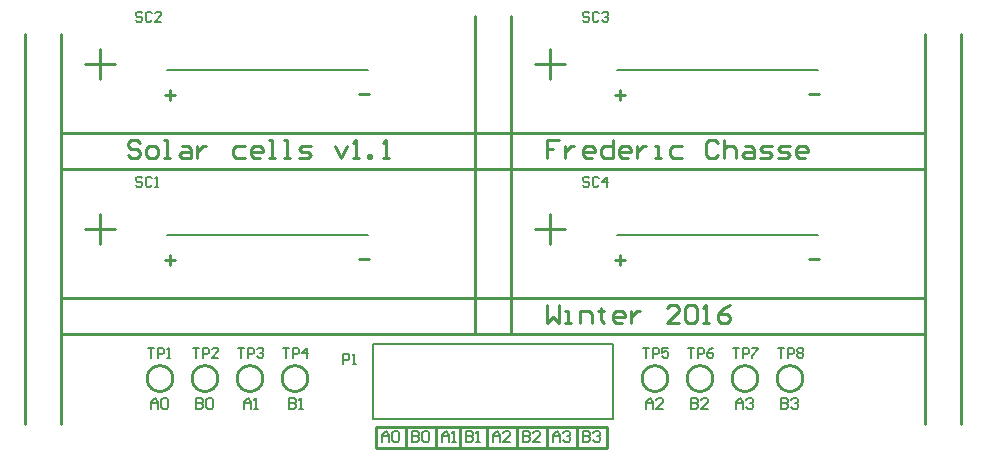
<source format=gto>
G04 Layer_Color=65535*
%FSLAX23Y23*%
%MOIN*%
G70*
G01*
G75*
%ADD16C,0.010*%
%ADD17C,0.008*%
%ADD18C,0.005*%
D16*
X893Y250D02*
G03*
X893Y250I-43J0D01*
G01*
X1043D02*
G03*
X1043Y250I-43J0D01*
G01*
X1193D02*
G03*
X1193Y250I-43J0D01*
G01*
X1343D02*
G03*
X1343Y250I-43J0D01*
G01*
X2543D02*
G03*
X2543Y250I-43J0D01*
G01*
X2693D02*
G03*
X2693Y250I-43J0D01*
G01*
X2843D02*
G03*
X2843Y250I-43J0D01*
G01*
X2993D02*
G03*
X2993Y250I-43J0D01*
G01*
X2240Y20D02*
Y90D01*
X2140Y20D02*
Y90D01*
X2040Y20D02*
Y90D01*
X1940Y20D02*
Y90D01*
X1850Y20D02*
Y90D01*
X1770Y20D02*
Y90D01*
X3400Y100D02*
Y1400D01*
X520Y100D02*
Y1400D01*
X1900Y400D02*
Y1460D01*
X2020Y400D02*
Y1460D01*
X520Y1070D02*
X3400D01*
X520Y950D02*
X3400D01*
X520Y520D02*
X3400D01*
X520Y400D02*
X3400D01*
X2100Y750D02*
X2200D01*
X2150Y700D02*
Y800D01*
X2100Y1300D02*
X2200D01*
X2150Y1250D02*
Y1350D01*
X650Y700D02*
Y800D01*
X600Y750D02*
X700D01*
X600Y1300D02*
X700D01*
X650Y1250D02*
Y1350D01*
X2340Y20D02*
Y90D01*
X1670Y20D02*
Y90D01*
X1570Y20D02*
Y90D01*
Y20D02*
X2340D01*
X1570Y90D02*
X2340D01*
X3520Y100D02*
Y1400D01*
X400Y100D02*
Y1400D01*
X866Y1195D02*
X901D01*
X883Y1177D02*
Y1212D01*
X1513Y1198D02*
X1548D01*
X866Y645D02*
X901D01*
X883Y627D02*
Y662D01*
X1513Y648D02*
X1548D01*
X2366Y645D02*
X2401D01*
X2383Y627D02*
Y662D01*
X3013Y648D02*
X3048D01*
X2366Y1195D02*
X2401D01*
X2383Y1177D02*
Y1212D01*
X3013Y1198D02*
X3048D01*
X2140Y495D02*
Y435D01*
X2160Y455D01*
X2180Y435D01*
Y495D01*
X2200Y435D02*
X2220D01*
X2210D01*
Y475D01*
X2200D01*
X2250Y435D02*
Y475D01*
X2280D01*
X2290Y465D01*
Y435D01*
X2320Y485D02*
Y475D01*
X2310D01*
X2330D01*
X2320D01*
Y445D01*
X2330Y435D01*
X2390D02*
X2370D01*
X2360Y445D01*
Y465D01*
X2370Y475D01*
X2390D01*
X2400Y465D01*
Y455D01*
X2360D01*
X2420Y475D02*
Y435D01*
Y455D01*
X2430Y465D01*
X2440Y475D01*
X2450D01*
X2580Y435D02*
X2540D01*
X2580Y475D01*
Y485D01*
X2570Y495D01*
X2550D01*
X2540Y485D01*
X2600D02*
X2610Y495D01*
X2630D01*
X2640Y485D01*
Y445D01*
X2630Y435D01*
X2610D01*
X2600Y445D01*
Y485D01*
X2660Y435D02*
X2680D01*
X2670D01*
Y495D01*
X2660Y485D01*
X2750Y495D02*
X2730Y485D01*
X2710Y465D01*
Y445D01*
X2720Y435D01*
X2740D01*
X2750Y445D01*
Y455D01*
X2740Y465D01*
X2710D01*
X2180Y1045D02*
X2140D01*
Y1015D01*
X2160D01*
X2140D01*
Y985D01*
X2200Y1025D02*
Y985D01*
Y1005D01*
X2210Y1015D01*
X2220Y1025D01*
X2230D01*
X2290Y985D02*
X2270D01*
X2260Y995D01*
Y1015D01*
X2270Y1025D01*
X2290D01*
X2300Y1015D01*
Y1005D01*
X2260D01*
X2360Y1045D02*
Y985D01*
X2330D01*
X2320Y995D01*
Y1015D01*
X2330Y1025D01*
X2360D01*
X2410Y985D02*
X2390D01*
X2380Y995D01*
Y1015D01*
X2390Y1025D01*
X2410D01*
X2420Y1015D01*
Y1005D01*
X2380D01*
X2440Y1025D02*
Y985D01*
Y1005D01*
X2450Y1015D01*
X2460Y1025D01*
X2470D01*
X2500Y985D02*
X2520D01*
X2510D01*
Y1025D01*
X2500D01*
X2590D02*
X2560D01*
X2550Y1015D01*
Y995D01*
X2560Y985D01*
X2590D01*
X2710Y1035D02*
X2700Y1045D01*
X2680D01*
X2670Y1035D01*
Y995D01*
X2680Y985D01*
X2700D01*
X2710Y995D01*
X2730Y1045D02*
Y985D01*
Y1015D01*
X2740Y1025D01*
X2760D01*
X2770Y1015D01*
Y985D01*
X2800Y1025D02*
X2820D01*
X2830Y1015D01*
Y985D01*
X2800D01*
X2790Y995D01*
X2800Y1005D01*
X2830D01*
X2850Y985D02*
X2880D01*
X2890Y995D01*
X2880Y1005D01*
X2860D01*
X2850Y1015D01*
X2860Y1025D01*
X2890D01*
X2910Y985D02*
X2940D01*
X2950Y995D01*
X2940Y1005D01*
X2920D01*
X2910Y1015D01*
X2920Y1025D01*
X2950D01*
X3000Y985D02*
X2980D01*
X2970Y995D01*
Y1015D01*
X2980Y1025D01*
X3000D01*
X3010Y1015D01*
Y1005D01*
X2970D01*
X785Y1035D02*
X775Y1045D01*
X755D01*
X745Y1035D01*
Y1025D01*
X755Y1015D01*
X775D01*
X785Y1005D01*
Y995D01*
X775Y985D01*
X755D01*
X745Y995D01*
X815Y985D02*
X835D01*
X845Y995D01*
Y1015D01*
X835Y1025D01*
X815D01*
X805Y1015D01*
Y995D01*
X815Y985D01*
X865D02*
X885D01*
X875D01*
Y1045D01*
X865D01*
X925Y1025D02*
X945D01*
X955Y1015D01*
Y985D01*
X925D01*
X915Y995D01*
X925Y1005D01*
X955D01*
X975Y1025D02*
Y985D01*
Y1005D01*
X985Y1015D01*
X995Y1025D01*
X1005D01*
X1135D02*
X1105D01*
X1095Y1015D01*
Y995D01*
X1105Y985D01*
X1135D01*
X1185D02*
X1165D01*
X1155Y995D01*
Y1015D01*
X1165Y1025D01*
X1185D01*
X1195Y1015D01*
Y1005D01*
X1155D01*
X1215Y985D02*
X1235D01*
X1225D01*
Y1045D01*
X1215D01*
X1265Y985D02*
X1285D01*
X1275D01*
Y1045D01*
X1265D01*
X1315Y985D02*
X1345D01*
X1355Y995D01*
X1345Y1005D01*
X1325D01*
X1315Y1015D01*
X1325Y1025D01*
X1355D01*
X1435D02*
X1455Y985D01*
X1475Y1025D01*
X1495Y985D02*
X1515D01*
X1505D01*
Y1045D01*
X1495Y1035D01*
X1545Y985D02*
Y995D01*
X1555D01*
Y985D01*
X1545D01*
X1595D02*
X1615D01*
X1605D01*
Y1045D01*
X1595Y1035D01*
D17*
X875Y1280D02*
X1545D01*
X875Y730D02*
X1545D01*
X2375D02*
X3045D01*
X2375Y1280D02*
X3045D01*
X1560Y365D02*
X2360D01*
Y115D02*
Y365D01*
X1560Y115D02*
X2360D01*
X1560D02*
Y365D01*
D18*
X2910Y352D02*
X2931D01*
X2921D01*
Y320D01*
X2942D02*
Y352D01*
X2958D01*
X2963Y347D01*
Y336D01*
X2958Y331D01*
X2942D01*
X2974Y347D02*
X2979Y352D01*
X2990D01*
X2995Y347D01*
Y341D01*
X2990Y336D01*
X2995Y331D01*
Y325D01*
X2990Y320D01*
X2979D01*
X2974Y325D01*
Y331D01*
X2979Y336D01*
X2974Y341D01*
Y347D01*
X2979Y336D02*
X2990D01*
X2760Y352D02*
X2781D01*
X2771D01*
Y320D01*
X2792D02*
Y352D01*
X2808D01*
X2813Y347D01*
Y336D01*
X2808Y331D01*
X2792D01*
X2824Y352D02*
X2845D01*
Y347D01*
X2824Y325D01*
Y320D01*
X2610Y352D02*
X2631D01*
X2621D01*
Y320D01*
X2642D02*
Y352D01*
X2658D01*
X2663Y347D01*
Y336D01*
X2658Y331D01*
X2642D01*
X2695Y352D02*
X2685Y347D01*
X2674Y336D01*
Y325D01*
X2679Y320D01*
X2690D01*
X2695Y325D01*
Y331D01*
X2690Y336D01*
X2674D01*
X2460Y352D02*
X2481D01*
X2471D01*
Y320D01*
X2492D02*
Y352D01*
X2508D01*
X2513Y347D01*
Y336D01*
X2508Y331D01*
X2492D01*
X2545Y352D02*
X2524D01*
Y336D01*
X2535Y341D01*
X2540D01*
X2545Y336D01*
Y325D01*
X2540Y320D01*
X2529D01*
X2524Y325D01*
X1260Y352D02*
X1281D01*
X1271D01*
Y320D01*
X1292D02*
Y352D01*
X1308D01*
X1313Y347D01*
Y336D01*
X1308Y331D01*
X1292D01*
X1340Y320D02*
Y352D01*
X1324Y336D01*
X1345D01*
X1110Y352D02*
X1131D01*
X1121D01*
Y320D01*
X1142D02*
Y352D01*
X1158D01*
X1163Y347D01*
Y336D01*
X1158Y331D01*
X1142D01*
X1174Y347D02*
X1179Y352D01*
X1190D01*
X1195Y347D01*
Y341D01*
X1190Y336D01*
X1185D01*
X1190D01*
X1195Y331D01*
Y325D01*
X1190Y320D01*
X1179D01*
X1174Y325D01*
X960Y352D02*
X981D01*
X971D01*
Y320D01*
X992D02*
Y352D01*
X1008D01*
X1013Y347D01*
Y336D01*
X1008Y331D01*
X992D01*
X1045Y320D02*
X1024D01*
X1045Y341D01*
Y347D01*
X1040Y352D01*
X1029D01*
X1024Y347D01*
X810Y352D02*
X831D01*
X821D01*
Y320D01*
X842D02*
Y352D01*
X858D01*
X863Y347D01*
Y336D01*
X858Y331D01*
X842D01*
X874Y320D02*
X885D01*
X879D01*
Y352D01*
X874Y347D01*
X1460Y300D02*
Y332D01*
X1476D01*
X1481Y327D01*
Y316D01*
X1476Y311D01*
X1460D01*
X1492Y300D02*
X1503D01*
X1497D01*
Y332D01*
X1492Y327D01*
X791Y917D02*
X786Y922D01*
X775D01*
X770Y917D01*
Y911D01*
X775Y906D01*
X786D01*
X791Y901D01*
Y895D01*
X786Y890D01*
X775D01*
X770Y895D01*
X823Y917D02*
X818Y922D01*
X807D01*
X802Y917D01*
Y895D01*
X807Y890D01*
X818D01*
X823Y895D01*
X834Y890D02*
X845D01*
X839D01*
Y922D01*
X834Y917D01*
X791Y1467D02*
X786Y1472D01*
X775D01*
X770Y1467D01*
Y1461D01*
X775Y1456D01*
X786D01*
X791Y1451D01*
Y1445D01*
X786Y1440D01*
X775D01*
X770Y1445D01*
X823Y1467D02*
X818Y1472D01*
X807D01*
X802Y1467D01*
Y1445D01*
X807Y1440D01*
X818D01*
X823Y1445D01*
X855Y1440D02*
X834D01*
X855Y1461D01*
Y1467D01*
X850Y1472D01*
X839D01*
X834Y1467D01*
X2281D02*
X2276Y1472D01*
X2265D01*
X2260Y1467D01*
Y1461D01*
X2265Y1456D01*
X2276D01*
X2281Y1451D01*
Y1445D01*
X2276Y1440D01*
X2265D01*
X2260Y1445D01*
X2313Y1467D02*
X2308Y1472D01*
X2297D01*
X2292Y1467D01*
Y1445D01*
X2297Y1440D01*
X2308D01*
X2313Y1445D01*
X2324Y1467D02*
X2329Y1472D01*
X2340D01*
X2345Y1467D01*
Y1461D01*
X2340Y1456D01*
X2335D01*
X2340D01*
X2345Y1451D01*
Y1445D01*
X2340Y1440D01*
X2329D01*
X2324Y1445D01*
X2281Y917D02*
X2276Y922D01*
X2265D01*
X2260Y917D01*
Y911D01*
X2265Y906D01*
X2276D01*
X2281Y901D01*
Y895D01*
X2276Y890D01*
X2265D01*
X2260Y895D01*
X2313Y917D02*
X2308Y922D01*
X2297D01*
X2292Y917D01*
Y895D01*
X2297Y890D01*
X2308D01*
X2313Y895D01*
X2340Y890D02*
Y922D01*
X2324Y906D01*
X2345D01*
X2920Y185D02*
Y150D01*
X2937D01*
X2943Y156D01*
Y162D01*
X2937Y167D01*
X2920D01*
X2937D01*
X2943Y173D01*
Y179D01*
X2937Y185D01*
X2920D01*
X2955Y179D02*
X2961Y185D01*
X2972D01*
X2978Y179D01*
Y173D01*
X2972Y167D01*
X2967D01*
X2972D01*
X2978Y162D01*
Y156D01*
X2972Y150D01*
X2961D01*
X2955Y156D01*
X2770Y150D02*
Y173D01*
X2782Y185D01*
X2793Y173D01*
Y150D01*
Y167D01*
X2770D01*
X2805Y179D02*
X2811Y185D01*
X2822D01*
X2828Y179D01*
Y173D01*
X2822Y167D01*
X2817D01*
X2822D01*
X2828Y162D01*
Y156D01*
X2822Y150D01*
X2811D01*
X2805Y156D01*
X2620Y185D02*
Y150D01*
X2637D01*
X2643Y156D01*
Y162D01*
X2637Y167D01*
X2620D01*
X2637D01*
X2643Y173D01*
Y179D01*
X2637Y185D01*
X2620D01*
X2678Y150D02*
X2655D01*
X2678Y173D01*
Y179D01*
X2672Y185D01*
X2661D01*
X2655Y179D01*
X2470Y150D02*
Y173D01*
X2482Y185D01*
X2493Y173D01*
Y150D01*
Y167D01*
X2470D01*
X2528Y150D02*
X2505D01*
X2528Y173D01*
Y179D01*
X2522Y185D01*
X2511D01*
X2505Y179D01*
X1280Y185D02*
Y150D01*
X1297D01*
X1303Y156D01*
Y162D01*
X1297Y167D01*
X1280D01*
X1297D01*
X1303Y173D01*
Y179D01*
X1297Y185D01*
X1280D01*
X1315Y150D02*
X1327D01*
X1321D01*
Y185D01*
X1315Y179D01*
X1130Y150D02*
Y173D01*
X1142Y185D01*
X1153Y173D01*
Y150D01*
Y167D01*
X1130D01*
X1165Y150D02*
X1177D01*
X1171D01*
Y185D01*
X1165Y179D01*
X970Y185D02*
Y150D01*
X987D01*
X993Y156D01*
Y162D01*
X987Y167D01*
X970D01*
X987D01*
X993Y173D01*
Y179D01*
X987Y185D01*
X970D01*
X1005Y179D02*
X1011Y185D01*
X1022D01*
X1028Y179D01*
Y156D01*
X1022Y150D01*
X1011D01*
X1005Y156D01*
Y179D01*
X820Y150D02*
Y173D01*
X832Y185D01*
X843Y173D01*
Y150D01*
Y167D01*
X820D01*
X855Y179D02*
X861Y185D01*
X872D01*
X878Y179D01*
Y156D01*
X872Y150D01*
X861D01*
X855Y156D01*
Y179D01*
X2260Y75D02*
Y40D01*
X2277D01*
X2283Y46D01*
Y52D01*
X2277Y57D01*
X2260D01*
X2277D01*
X2283Y63D01*
Y69D01*
X2277Y75D01*
X2260D01*
X2295Y69D02*
X2301Y75D01*
X2312D01*
X2318Y69D01*
Y63D01*
X2312Y57D01*
X2307D01*
X2312D01*
X2318Y52D01*
Y46D01*
X2312Y40D01*
X2301D01*
X2295Y46D01*
X2060Y75D02*
Y40D01*
X2077D01*
X2083Y46D01*
Y52D01*
X2077Y57D01*
X2060D01*
X2077D01*
X2083Y63D01*
Y69D01*
X2077Y75D01*
X2060D01*
X2118Y40D02*
X2095D01*
X2118Y63D01*
Y69D01*
X2112Y75D01*
X2101D01*
X2095Y69D01*
X1870Y75D02*
Y40D01*
X1887D01*
X1893Y46D01*
Y52D01*
X1887Y57D01*
X1870D01*
X1887D01*
X1893Y63D01*
Y69D01*
X1887Y75D01*
X1870D01*
X1905Y40D02*
X1917D01*
X1911D01*
Y75D01*
X1905Y69D01*
X1690Y75D02*
Y40D01*
X1707D01*
X1713Y46D01*
Y52D01*
X1707Y57D01*
X1690D01*
X1707D01*
X1713Y63D01*
Y69D01*
X1707Y75D01*
X1690D01*
X1725Y69D02*
X1731Y75D01*
X1742D01*
X1748Y69D01*
Y46D01*
X1742Y40D01*
X1731D01*
X1725Y46D01*
Y69D01*
X2160Y40D02*
Y63D01*
X2172Y75D01*
X2183Y63D01*
Y40D01*
Y57D01*
X2160D01*
X2195Y69D02*
X2201Y75D01*
X2212D01*
X2218Y69D01*
Y63D01*
X2212Y57D01*
X2207D01*
X2212D01*
X2218Y52D01*
Y46D01*
X2212Y40D01*
X2201D01*
X2195Y46D01*
X1960Y40D02*
Y63D01*
X1972Y75D01*
X1983Y63D01*
Y40D01*
Y57D01*
X1960D01*
X2018Y40D02*
X1995D01*
X2018Y63D01*
Y69D01*
X2012Y75D01*
X2001D01*
X1995Y69D01*
X1790Y40D02*
Y63D01*
X1802Y75D01*
X1813Y63D01*
Y40D01*
Y57D01*
X1790D01*
X1825Y40D02*
X1837D01*
X1831D01*
Y75D01*
X1825Y69D01*
X1590Y40D02*
Y63D01*
X1602Y75D01*
X1613Y63D01*
Y40D01*
Y57D01*
X1590D01*
X1625Y69D02*
X1631Y75D01*
X1642D01*
X1648Y69D01*
Y46D01*
X1642Y40D01*
X1631D01*
X1625Y46D01*
Y69D01*
M02*

</source>
